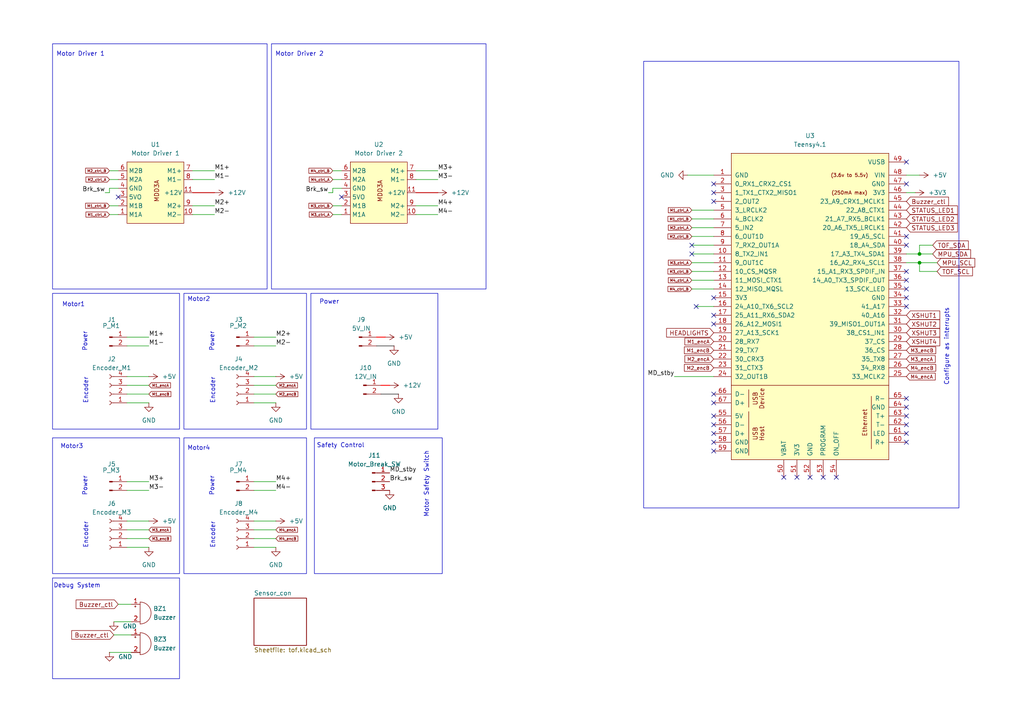
<source format=kicad_sch>
(kicad_sch (version 20250114) (generator "eeschema") (generator_version "9.0")
  (paper "A4")
  (lib_symbols
    (symbol "Connector:Conn_01x02_Pin" (pin_names (offset 1.016) (hide yes))
      (property "Reference" "J" (at 0 2.54 0))
      (property "Value" "Conn_01x02_Pin" (at 0 -5.08 0))
      (symbol "Conn_01x02_Pin_1_1"
        (rectangle (start 0.8636 0.127) (end 0 -0.127) (stroke (width 0.1524)) (fill (type outline)))
        (rectangle (start 0.8636 -2.413) (end 0 -2.667) (stroke (width 0.1524)) (fill (type outline)))
        (polyline (pts (xy 1.27 0) (xy 0.8636 0)) (stroke (width 0.1524)))
        (polyline (pts (xy 1.27 -2.54) (xy 0.8636 -2.54)) (stroke (width 0.1524)))
        (pin passive line (at 5.08 0 180) (length 3.81) (name "Pin_1") (number "1"))
        (pin passive line (at 5.08 -2.54 180) (length 3.81) (name "Pin_2") (number "2"))
      )
    )
    (symbol "Connector:Conn_01x03_Pin" (pin_names (offset 1.016) (hide yes))
      (property "Reference" "J" (at 0 5.08 0))
      (property "Value" "Conn_01x03_Pin" (at 0 -5.08 0))
      (symbol "Conn_01x03_Pin_1_1"
        (rectangle (start 0.8636 2.667) (end 0 2.413) (stroke (width 0.1524)) (fill (type outline)))
        (rectangle (start 0.8636 0.127) (end 0 -0.127) (stroke (width 0.1524)) (fill (type outline)))
        (rectangle (start 0.8636 -2.413) (end 0 -2.667) (stroke (width 0.1524)) (fill (type outline)))
        (polyline (pts (xy 1.27 2.54) (xy 0.8636 2.54)) (stroke (width 0.1524)))
        (polyline (pts (xy 1.27 0) (xy 0.8636 0)) (stroke (width 0.1524)))
        (polyline (pts (xy 1.27 -2.54) (xy 0.8636 -2.54)) (stroke (width 0.1524)))
        (pin passive line (at 5.08 2.54 180) (length 3.81) (name "Pin_1") (number "1"))
        (pin passive line (at 5.08 0 180) (length 3.81) (name "Pin_2") (number "2"))
        (pin passive line (at 5.08 -2.54 180) (length 3.81) (name "Pin_3") (number "3"))
      )
    )
    (symbol "Connector:Conn_01x04_Socket" (pin_names (offset 1.016) (hide yes))
      (property "Reference" "J" (at 0 5.08 0))
      (property "Value" "Conn_01x04_Socket" (at 0 -7.62 0))
      (symbol "Conn_01x04_Socket_1_1"
        (polyline (pts (xy -1.27 2.54) (xy -0.508 2.54)) (stroke (width 0.1524)))
        (polyline (pts (xy -1.27 0) (xy -0.508 0)) (stroke (width 0.1524)))
        (polyline (pts (xy -1.27 -2.54) (xy -0.508 -2.54)) (stroke (width 0.1524)))
        (polyline (pts (xy -1.27 -5.08) (xy -0.508 -5.08)) (stroke (width 0.1524)))
        (arc (start 0 2.032) (mid -0.5058 2.54) (end 0 3.048) (stroke (width 0.1524)))
        (arc (start 0 -0.508) (mid -0.5058 0) (end 0 0.508) (stroke (width 0.1524)))
        (arc (start 0 -3.048) (mid -0.5058 -2.54) (end 0 -2.032) (stroke (width 0.1524)))
        (arc (start 0 -5.588) (mid -0.5058 -5.08) (end 0 -4.572) (stroke (width 0.1524)))
        (pin passive line (at -5.08 2.54 0) (length 3.81) (name "Pin_1") (number "1"))
        (pin passive line (at -5.08 0 0) (length 3.81) (name "Pin_2") (number "2"))
        (pin passive line (at -5.08 -2.54 0) (length 3.81) (name "Pin_3") (number "3"))
        (pin passive line (at -5.08 -5.08 0) (length 3.81) (name "Pin_4") (number "4"))
      )
    )
    (symbol "Device:Buzzer" (pin_names (offset 0.0254) (hide yes))
      (property "Reference" "BZ" (at 3.81 1.27 0))
      (property "Value" "Buzzer" (at 3.81 -1.27 0))
      (symbol "Buzzer_0_1"
        (polyline (pts (xy -1.651 1.905) (xy -1.143 1.905)))
        (polyline (pts (xy -1.397 2.159) (xy -1.397 1.651)))
        (arc (start 0 3.175) (mid 3.1612 0) (end 0 -3.175))
        (polyline (pts (xy 0 3.175) (xy 0 -3.175)))
      )
      (symbol "Buzzer_1_1"
        (pin passive line (at -2.54 2.54 0) (length 2.54) (name "+") (number "1"))
        (pin passive line (at -2.54 -2.54 0) (length 2.54) (name "-") (number "2"))
      )
    )
    (symbol "MDD3A:MDD3A"
      (property "Reference" "U" (at 0 9.144 0))
      (symbol "MDD3A_1_1"
        (rectangle (start -7.62 7.62) (end 8.89 -10.16) (fill (type color) (color 255 255 194 1)))
        (text "MDD3A\n" (at 1.016 -0.762 900) (effects (font (size 1.27 1.27))))
        (pin input line (at -10.16 5.08 0) (length 2.54) (name "M2B") (number "6"))
        (pin input line (at -10.16 2.54 0) (length 2.54) (name "M2A") (number "5"))
        (pin power_in line (at -10.16 0 0) (length 2.54) (name "GND") (number "4"))
        (pin power_out line (at -10.16 -2.54 0) (length 2.54) (name "5VO") (number "3"))
        (pin input line (at -10.16 -5.08 0) (length 2.54) (name "M1B") (number "2"))
        (pin input line (at -10.16 -7.62 0) (length 2.54) (name "M1A") (number "1"))
        (pin power_out line (at 11.43 5.08 180) (length 2.54) (name "M1+") (number "7"))
        (pin power_out line (at 11.43 2.54 180) (length 2.54) (name "M1-") (number "8"))
        (pin power_in line (at 11.43 -1.27 180) (length 2.54) (name "+12V") (number "11"))
        (pin power_out line (at 11.43 -5.08 180) (length 2.54) (name "M2+") (number "9"))
        (pin power_out line (at 11.43 -7.62 180) (length 2.54) (name "M2-") (number "10"))
      )
    )
    (symbol "Teensy:Teensy4.1" (pin_names (offset 1.016))
      (property "Reference" "U3" (at 0 66.04 0))
      (property "Value" "Teensy4.1" (at 0 63.5 0))
      (symbol "Teensy4.1_0_0"
        (polyline (pts (xy -22.86 -6.35) (xy 22.86 -6.35)))
        (polyline (pts (xy -17.78 -7.62) (xy -17.78 -12.7)))
        (polyline (pts (xy -17.78 -26.67) (xy -17.78 -13.97)))
        (polyline (pts (xy 17.78 -9.525) (xy 17.78 -24.765)))
        (text "USB" (at -15.875 -10.16 900) (effects (font (size 1.27 1.27))))
        (text "USB" (at -15.875 -20.32 900) (effects (font (size 1.27 1.27))))
        (text "Device" (at -13.97 -10.16 900) (effects (font (size 1.27 1.27))))
        (text "Host" (at -13.97 -20.32 900) (effects (font (size 1.27 1.27))))
        (text "(3.6v to 5.5v)" (at 11.43 54.61 0) (effects (font (size 1.016 1.016))))
        (text "(250mA max)" (at 11.43 49.53 0) (effects (font (size 1.016 1.016))))
        (text "Ethernet" (at 15.875 -17.145 900) (effects (font (size 1.27 1.27))))
        (pin bidirectional line (at -27.94 44.45 0) (length 5.08) (name "3_LRCLK2") (number "5"))
        (pin bidirectional line (at -27.94 41.91 0) (length 5.08) (name "4_BCLK2") (number "6"))
        (pin bidirectional line (at -27.94 39.37 0) (length 5.08) (name "5_IN2") (number "7"))
        (pin bidirectional line (at -27.94 36.83 0) (length 5.08) (name "6_OUT1D") (number "8"))
        (pin bidirectional line (at -27.94 34.29 0) (length 5.08) (name "7_RX2_OUT1A") (number "9"))
        (pin bidirectional line (at -27.94 31.75 0) (length 5.08) (name "8_TX2_IN1") (number "10"))
        (pin bidirectional line (at -27.94 29.21 0) (length 5.08) (name "9_OUT1C") (number "11"))
        (pin bidirectional line (at -27.94 26.67 0) (length 5.08) (name "10_CS_MQSR") (number "12"))
        (pin bidirectional line (at -27.94 24.13 0) (length 5.08) (name "11_MOSI_CTX1") (number "13"))
        (pin bidirectional line (at -27.94 21.59 0) (length 5.08) (name "12_MISO_MQSL") (number "14"))
        (pin power_in line (at -27.94 19.05 0) (length 5.08) (name "3V3") (number "15"))
        (pin bidirectional line (at -27.94 16.51 0) (length 5.08) (name "24_A10_TX6_SCL2") (number "16"))
        (pin bidirectional line (at -27.94 13.97 0) (length 5.08) (name "25_A11_RX6_SDA2") (number "17"))
        (pin bidirectional line (at -27.94 11.43 0) (length 5.08) (name "26_A12_MOSI1") (number "18"))
        (pin bidirectional line (at -27.94 8.89 0) (length 5.08) (name "27_A13_SCK1") (number "19"))
        (pin bidirectional line (at -27.94 6.35 0) (length 5.08) (name "28_RX7") (number "20"))
        (pin bidirectional line (at -27.94 3.81 0) (length 5.08) (name "29_TX7") (number "21"))
        (pin bidirectional line (at -27.94 1.27 0) (length 5.08) (name "30_CRX3") (number "22"))
        (pin bidirectional line (at -27.94 -1.27 0) (length 5.08) (name "31_CTX3") (number "23"))
        (pin bidirectional line (at -27.94 -3.81 0) (length 5.08) (name "32_OUT1B") (number "24"))
        (pin bidirectional line (at -27.94 -8.89 0) (length 5.08) (name "D-") (number "66"))
        (pin bidirectional line (at -27.94 -11.43 0) (length 5.08) (name "D+") (number "67"))
        (pin power_out line (at -27.94 -15.24 0) (length 5.08) (name "5V") (number "55"))
        (pin bidirectional line (at -27.94 -17.78 0) (length 5.08) (name "D-") (number "56"))
        (pin bidirectional line (at -27.94 -20.32 0) (length 5.08) (name "D+") (number "57"))
        (pin power_in line (at -27.94 -22.86 0) (length 5.08) (name "GND") (number "58"))
        (pin power_in line (at -27.94 -25.4 0) (length 5.08) (name "GND") (number "59"))
        (pin power_in line (at -7.62 -33.02 90) (length 5.08) (name "VBAT") (number "50"))
        (pin power_in line (at -3.81 -33.02 90) (length 5.08) (name "3V3") (number "51"))
        (pin input line (at 0 -33.02 90) (length 5.08) (name "GND") (number "52"))
        (pin input line (at 3.81 -33.02 90) (length 5.08) (name "PROGRAM") (number "53"))
        (pin input line (at 7.62 -33.02 90) (length 5.08) (name "ON_OFF") (number "54"))
        (pin power_out line (at 27.94 58.42 180) (length 5.08) (name "VUSB") (number "49"))
        (pin power_in line (at 27.94 54.61 180) (length 5.08) (name "VIN") (number "48"))
        (pin output line (at 27.94 52.07 180) (length 5.08) (name "GND") (number "47"))
        (pin output line (at 27.94 49.53 180) (length 5.08) (name "3V3") (number "46"))
        (pin bidirectional line (at 27.94 46.99 180) (length 5.08) (name "23_A9_CRX1_MCLK1") (number "45"))
        (pin bidirectional line (at 27.94 44.45 180) (length 5.08) (name "22_A8_CTX1") (number "44"))
        (pin bidirectional line (at 27.94 41.91 180) (length 5.08) (name "21_A7_RX5_BCLK1") (number "43"))
        (pin bidirectional line (at 27.94 39.37 180) (length 5.08) (name "20_A6_TX5_LRCLK1") (number "42"))
        (pin bidirectional line (at 27.94 36.83 180) (length 5.08) (name "19_A5_SCL") (number "41"))
        (pin bidirectional line (at 27.94 34.29 180) (length 5.08) (name "18_A4_SDA") (number "40"))
        (pin bidirectional line (at 27.94 31.75 180) (length 5.08) (name "17_A3_TX4_SDA1") (number "39"))
        (pin bidirectional line (at 27.94 29.21 180) (length 5.08) (name "16_A2_RX4_SCL1") (number "38"))
        (pin bidirectional line (at 27.94 26.67 180) (length 5.08) (name "15_A1_RX3_SPDIF_IN") (number "37"))
        (pin bidirectional line (at 27.94 24.13 180) (length 5.08) (name "14_A0_TX3_SPDIF_OUT") (number "36"))
        (pin bidirectional line (at 27.94 21.59 180) (length 5.08) (name "13_SCK_LED") (number "35"))
        (pin bidirectional line (at 27.94 16.51 180) (length 5.08) (name "41_A17") (number "33"))
        (pin bidirectional line (at 27.94 13.97 180) (length 5.08) (name "40_A16") (number "32"))
        (pin bidirectional line (at 27.94 11.43 180) (length 5.08) (name "39_MISO1_OUT1A") (number "31"))
        (pin bidirectional line (at 27.94 8.89 180) (length 5.08) (name "38_CS1_IN1") (number "30"))
        (pin bidirectional line (at 27.94 6.35 180) (length 5.08) (name "37_CS") (number "29"))
        (pin bidirectional line (at 27.94 3.81 180) (length 5.08) (name "36_CS") (number "28"))
        (pin bidirectional line (at 27.94 1.27 180) (length 5.08) (name "35_TX8") (number "27"))
        (pin bidirectional line (at 27.94 -1.27 180) (length 5.08) (name "34_RX8") (number "26"))
        (pin bidirectional line (at 27.94 -3.81 180) (length 5.08) (name "33_MCLK2") (number "25"))
        (pin bidirectional line (at 27.94 -10.16 180) (length 5.08) (name "R-") (number "65"))
        (pin power_in line (at 27.94 -12.7 180) (length 5.08) (name "GND") (number "64"))
        (pin bidirectional line (at 27.94 -15.24 180) (length 5.08) (name "T+") (number "63"))
        (pin bidirectional line (at 27.94 -17.78 180) (length 5.08) (name "T-") (number "62"))
        (pin bidirectional line (at 27.94 -20.32 180) (length 5.08) (name "LED") (number "61"))
        (pin bidirectional line (at 27.94 -22.86 180) (length 5.08) (name "R+") (number "60"))
      )
      (symbol "Teensy4.1_0_1"
        (rectangle (start -22.86 60.96) (end 22.86 -27.94) (fill (type background)))
        (rectangle (start -20.32 -1.27) (end -20.32 -1.27))
      )
      (symbol "Teensy4.1_1_1"
        (pin power_in line (at -27.94 54.61 0) (length 5.08) (name "GND") (number "1"))
        (pin bidirectional line (at -27.94 52.07 0) (length 5.08) (name "0_RX1_CRX2_CS1") (number "2"))
        (pin bidirectional line (at -27.94 49.53 0) (length 5.08) (name "1_TX1_CTX2_MISO1") (number "3"))
        (pin bidirectional line (at -27.94 46.99 0) (length 5.08) (name "2_OUT2") (number "4"))
        (pin power_in line (at 27.94 19.05 180) (length 5.08) (name "GND") (number "34"))
      )
    )
    (symbol "power:+12V" (power) (pin_numbers (hide yes)) (pin_names (offset 0) (hide yes))
      (property "Value" "+12V" (at 0 3.556 0))
      (symbol "+12V_0_1"
        (polyline (pts (xy -0.762 1.27) (xy 0 2.54)))
        (polyline (pts (xy 0 2.54) (xy 0.762 1.27)))
        (polyline (pts (xy 0 0) (xy 0 2.54)))
      )
      (symbol "+12V_1_1"
        (pin power_in line (at 0 0 90) (length 0) (name "~") (number "1"))
      )
    )
    (symbol "power:+3V3" (power) (pin_numbers (hide yes)) (pin_names (offset 0) (hide yes))
      (property "Value" "+3V3" (at 0 3.556 0))
      (symbol "+3V3_0_1"
        (polyline (pts (xy -0.762 1.27) (xy 0 2.54)))
        (polyline (pts (xy 0 2.54) (xy 0.762 1.27)))
        (polyline (pts (xy 0 0) (xy 0 2.54)))
      )
      (symbol "+3V3_1_1"
        (pin power_in line (at 0 0 90) (length 0) (name "~") (number "1"))
      )
    )
    (symbol "power:+5V" (power) (pin_numbers (hide yes)) (pin_names (offset 0) (hide yes))
      (property "Value" "+5V" (at 0 3.556 0))
      (symbol "+5V_0_1"
        (polyline (pts (xy -0.762 1.27) (xy 0 2.54)))
        (polyline (pts (xy 0 2.54) (xy 0.762 1.27)))
        (polyline (pts (xy 0 0) (xy 0 2.54)))
      )
      (symbol "+5V_1_1"
        (pin power_in line (at 0 0 90) (length 0) (name "~") (number "1"))
      )
    )
    (symbol "power:GND" (power) (pin_numbers (hide yes)) (pin_names (offset 0) (hide yes))
      (property "Value" "GND" (at 0 -3.81 0))
      (symbol "GND_0_1"
        (polyline (pts (xy 0 0) (xy 0 -1.27) (xy 1.27 -1.27) (xy 0 -2.54) (xy -1.27 -1.27) (xy 0 -1.27)))
      )
      (symbol "GND_1_1"
        (pin power_in line (at 0 0 270) (length 0) (name "~") (number "1"))
      )
    )
  )
  (rectangle (start 15.24 167.64) (end 52.07 196.85))
  (rectangle (start 91.186 127) (end 128.27 166.37))
  (rectangle (start 53.34 127) (end 88.9 166.37))
  (rectangle (start 186.69 17.78) (end 278.13 147.32))
  (rectangle (start 15.24 85.09) (end 52.07 124.46))
  (rectangle (start 78.74 12.7) (end 140.97 83.82))
  (rectangle (start 53.34 85.09) (end 88.9 124.46))
  (rectangle (start 15.24 127) (end 52.07 166.37))
  (rectangle (start 15.24 12.7) (end 77.47 83.82))
  (rectangle (start 90.17 85.09) (end 127 124.46))
  (text "Encoder" (at 61.722 113.284 90) (effects (font (size 1.27 1.27))))
  (text "Configure as interrupts" (at 274.574 100.584 90) (effects (font (size 1.27 1.27))))
  (text "Motor Driver 2\n" (at 86.868 15.748 0) (effects (font (size 1.27 1.27))))
  (text "Safety Control" (at 98.806 129.286 0) (effects (font (size 1.27 1.27))))
  (text "Motor Driver 1" (at 23.368 15.748 0) (effects (font (size 1.27 1.27))))
  (text "Motor4\n" (at 57.658 130.048 0) (effects (font (size 1.27 1.27))))
  (text "Power" (at 24.638 99.06 90) (effects (font (size 1.27 1.27))))
  (text "Power" (at 61.468 140.97 90) (effects (font (size 1.27 1.27))))
  (text "Encoder" (at 24.892 113.284 90) (effects (font (size 1.27 1.27))))
  (text "Motor3\n" (at 20.828 129.54 0) (effects (font (size 1.27 1.27))))
  (text "Debug System\n" (at 22.352 169.926 0) (effects (font (size 1.27 1.27))))
  (text "Motor2\n\n" (at 57.658 87.884 0) (effects (font (size 1.27 1.27))))
  (text "Power" (at 95.504 87.63 0) (effects (font (size 1.27 1.27))))
  (text "Encoder" (at 24.892 155.194 90) (effects (font (size 1.27 1.27))))
  (text "Encoder" (at 61.722 155.194 90) (effects (font (size 1.27 1.27))))
  (text "Power" (at 61.468 99.06 90) (effects (font (size 1.27 1.27))))
  (text "Motor1\n" (at 21.336 88.392 0) (effects (font (size 1.27 1.27))))
  (text "Power" (at 24.638 140.97 90) (effects (font (size 1.27 1.27))))
  (text "Motor Safety Switch\n" (at 123.698 140.462 90) (effects (font (size 1.27 1.27))))
  (junction (at 266.7 73.66))
  (junction (at 266.7 76.2))
  (no_connect (at 262.89 81.28))
  (no_connect (at 207.01 120.65))
  (no_connect (at 262.89 53.34))
  (no_connect (at 207.01 53.34))
  (no_connect (at 262.89 86.36))
  (no_connect (at 262.89 46.99))
  (no_connect (at 201.93 88.9))
  (no_connect (at 231.14 138.43))
  (no_connect (at 262.89 83.82))
  (no_connect (at 262.89 128.27))
  (no_connect (at 262.89 78.74))
  (no_connect (at 238.76 138.43))
  (no_connect (at 262.89 68.58))
  (no_connect (at 207.01 91.44))
  (no_connect (at 207.01 55.88))
  (no_connect (at 207.01 130.81))
  (no_connect (at 234.95 138.43))
  (no_connect (at 207.01 116.84))
  (no_connect (at 99.06 57.15))
  (no_connect (at 262.89 71.12))
  (no_connect (at 200.66 73.66))
  (no_connect (at 207.01 58.42))
  (no_connect (at 262.89 115.57))
  (no_connect (at 207.01 128.27))
  (no_connect (at 262.89 123.19))
  (no_connect (at 227.33 138.43))
  (no_connect (at 207.01 114.3))
  (no_connect (at 262.89 120.65))
  (no_connect (at 207.01 125.73))
  (no_connect (at 242.57 138.43))
  (no_connect (at 262.89 125.73))
  (no_connect (at 34.29 57.15))
  (no_connect (at 200.66 71.12))
  (no_connect (at 207.01 123.19))
  (no_connect (at 207.01 86.36))
  (no_connect (at 262.89 88.9))
  (no_connect (at 207.01 93.98))
  (no_connect (at 262.89 118.11))
  (wire (pts (xy 31.75 55.88) (xy 31.75 54.61)))
  (wire (pts (xy 73.66 151.13) (xy 80.01 151.13)))
  (wire (pts (xy 36.83 116.84) (xy 43.18 116.84)))
  (wire (pts (xy 36.83 151.13) (xy 43.18 151.13)))
  (wire (pts (xy 73.66 142.24) (xy 80.01 142.24)))
  (wire (pts (xy 266.7 50.8) (xy 262.89 50.8)))
  (wire (pts (xy 266.7 78.74) (xy 266.7 76.2)))
  (wire (pts (xy 73.66 139.7) (xy 80.01 139.7)))
  (wire (pts (xy 73.66 97.79) (xy 80.01 97.79)))
  (wire (pts (xy 200.66 66.04) (xy 207.01 66.04)))
  (wire (pts (xy 270.51 71.12) (xy 266.7 71.12)))
  (wire (pts (xy 127 55.88) (xy 120.65 55.88)) (stroke (width 0.254) (color 194 0 0 1)))
  (wire (pts (xy 109.22 100.33) (xy 114.3 100.33)) (stroke (width 0) (color 0 0 0 1)))
  (wire (pts (xy 33.02 180.34) (xy 38.1 180.34)))
  (wire (pts (xy 120.65 49.53) (xy 127 49.53)))
  (wire (pts (xy 271.78 78.74) (xy 266.7 78.74)))
  (wire (pts (xy 31.75 59.69) (xy 34.29 59.69)))
  (wire (pts (xy 199.39 50.8) (xy 207.01 50.8)))
  (wire (pts (xy 266.7 71.12) (xy 266.7 73.66)))
  (wire (pts (xy 33.02 184.15) (xy 38.1 184.15)))
  (wire (pts (xy 109.22 97.79) (xy 111.76 97.79)) (stroke (width 0.254) (color 255 0 0 1)))
  (wire (pts (xy 195.58 109.22) (xy 207.01 109.22)))
  (wire (pts (xy 266.7 76.2) (xy 271.78 76.2)))
  (wire (pts (xy 110.49 114.3) (xy 115.57 114.3)) (stroke (width 0) (color 0 0 0 1)))
  (wire (pts (xy 55.88 62.23) (xy 62.23 62.23)))
  (wire (pts (xy 95.25 55.88) (xy 96.52 55.88)))
  (wire (pts (xy 201.93 88.9) (xy 207.01 88.9)))
  (wire (pts (xy 200.66 76.2) (xy 207.01 76.2)))
  (wire (pts (xy 73.66 100.33) (xy 80.01 100.33)))
  (wire (pts (xy 96.52 52.07) (xy 99.06 52.07)))
  (wire (pts (xy 73.66 114.3) (xy 80.01 114.3)))
  (wire (pts (xy 73.66 153.67) (xy 80.01 153.67)))
  (wire (pts (xy 73.66 156.21) (xy 80.01 156.21)))
  (wire (pts (xy 31.75 49.53) (xy 34.29 49.53)))
  (wire (pts (xy 99.06 62.23) (xy 96.52 62.23)))
  (wire (pts (xy 266.7 73.66) (xy 262.89 73.66)))
  (wire (pts (xy 265.43 55.88) (xy 262.89 55.88)))
  (wire (pts (xy 96.52 49.53) (xy 99.06 49.53)))
  (wire (pts (xy 36.83 97.79) (xy 43.18 97.79)))
  (wire (pts (xy 200.66 73.66) (xy 207.01 73.66)))
  (wire (pts (xy 200.66 83.82) (xy 207.01 83.82)))
  (wire (pts (xy 31.75 54.61) (xy 34.29 54.61)))
  (wire (pts (xy 200.66 63.5) (xy 207.01 63.5)))
  (wire (pts (xy 34.29 62.23) (xy 31.75 62.23)))
  (wire (pts (xy 200.66 68.58) (xy 207.01 68.58)))
  (wire (pts (xy 36.83 111.76) (xy 43.18 111.76)))
  (wire (pts (xy 200.66 81.28) (xy 207.01 81.28)))
  (wire (pts (xy 55.88 52.07) (xy 62.23 52.07)))
  (wire (pts (xy 36.83 153.67) (xy 43.18 153.67)))
  (wire (pts (xy 120.65 62.23) (xy 127 62.23)))
  (wire (pts (xy 120.65 52.07) (xy 127 52.07)))
  (wire (pts (xy 73.66 109.22) (xy 80.01 109.22)))
  (wire (pts (xy 110.49 111.76) (xy 113.03 111.76)) (stroke (width 0.254) (color 255 0 0 1)))
  (wire (pts (xy 34.29 175.26) (xy 38.1 175.26)))
  (wire (pts (xy 36.83 114.3) (xy 43.18 114.3)))
  (wire (pts (xy 55.88 49.53) (xy 62.23 49.53)))
  (wire (pts (xy 200.66 78.74) (xy 207.01 78.74)))
  (wire (pts (xy 73.66 116.84) (xy 80.01 116.84)))
  (wire (pts (xy 96.52 55.88) (xy 96.52 54.61)))
  (wire (pts (xy 31.75 189.23) (xy 38.1 189.23)))
  (wire (pts (xy 270.51 73.66) (xy 266.7 73.66)))
  (wire (pts (xy 36.83 142.24) (xy 43.18 142.24)))
  (wire (pts (xy 200.66 71.12) (xy 207.01 71.12)))
  (wire (pts (xy 262.89 76.2) (xy 266.7 76.2)))
  (wire (pts (xy 36.83 109.22) (xy 43.18 109.22)))
  (wire (pts (xy 62.23 55.88) (xy 55.88 55.88)) (stroke (width 0.254) (color 194 0 0 1)))
  (wire (pts (xy 55.88 59.69) (xy 62.23 59.69)))
  (wire (pts (xy 73.66 158.75) (xy 80.01 158.75)))
  (wire (pts (xy 120.65 59.69) (xy 127 59.69)))
  (wire (pts (xy 96.52 54.61) (xy 99.06 54.61)))
  (wire (pts (xy 36.83 139.7) (xy 43.18 139.7)))
  (wire (pts (xy 36.83 158.75) (xy 43.18 158.75)))
  (wire (pts (xy 200.66 60.96) (xy 207.01 60.96)))
  (wire (pts (xy 36.83 156.21) (xy 43.18 156.21)))
  (wire (pts (xy 31.75 52.07) (xy 34.29 52.07)))
  (wire (pts (xy 30.48 55.88) (xy 31.75 55.88)))
  (wire (pts (xy 36.83 100.33) (xy 43.18 100.33)))
  (wire (pts (xy 96.52 59.69) (xy 99.06 59.69)))
  (wire (pts (xy 73.66 111.76) (xy 80.01 111.76)))
  (label "M1-" (at 62.23 52.07 0))
  (label "M3+" (at 127 49.53 0))
  (label "M2+" (at 80.01 97.79 0))
  (label "Brk_sw" (at 113.03 139.7 0))
  (label "Brk_sw" (at 30.48 55.88 180))
  (label "M1-" (at 43.18 100.33 0))
  (label "M3-" (at 43.18 142.24 0))
  (label "M2+" (at 62.23 59.69 0))
  (label "M3-" (at 127 52.07 0))
  (label "MD_stby" (at 195.58 109.22 180))
  (label "M4-" (at 80.01 142.24 0))
  (label "M4+" (at 80.01 139.7 0))
  (label "M2-" (at 80.01 100.33 0))
  (label "M4-" (at 127 62.23 0))
  (label "Brk_sw" (at 95.25 55.88 180))
  (label "MD_stby" (at 113.03 137.16 0))
  (label "M1+" (at 43.18 97.79 0))
  (label "M1+" (at 62.23 49.53 0))
  (label "M4+" (at 127 59.69 0))
  (label "M2-" (at 62.23 62.23 0))
  (label "M3+" (at 43.18 139.7 0))
  (global_label "M3_encB" (shape input) (at 43.18 156.21 0) (effects (font (size 0.762 0.762))) (property "Intersheetrefs" "${INTERSHEET_REFS}" (effects (hide yes))))
  (global_label "M3_encA" (shape input) (at 262.89 104.14 0) (effects (font (size 1.016 1.016))) (property "Intersheetrefs" "${INTERSHEET_REFS}" (effects (hide yes))))
  (global_label "M1_ctrl_B" (shape input) (at 31.75 59.69 180) (effects (font (size 0.762 0.762))) (property "Intersheetrefs" "${INTERSHEET_REFS}" (effects (hide yes))))
  (global_label "M2_encB" (shape input) (at 207.01 106.68 180) (effects (font (size 1.016 1.016))) (property "Intersheetrefs" "${INTERSHEET_REFS}" (effects (hide yes))))
  (global_label "XSHUT2" (shape input) (at 262.89 93.98 0) (property "Intersheetrefs" "${INTERSHEET_REFS}" (effects (hide yes))))
  (global_label "MPU_SCL" (shape input) (at 271.78 76.2 0) (property "Intersheetrefs" "${INTERSHEET_REFS}" (effects (hide yes))))
  (global_label "Buzzer_ctl" (shape input) (at 34.29 175.26 180) (property "Intersheetrefs" "${INTERSHEET_REFS}" (effects (hide yes))))
  (global_label "M3_ctrl_B" (shape input) (at 96.52 59.69 180) (effects (font (size 0.762 0.762))) (property "Intersheetrefs" "${INTERSHEET_REFS}" (effects (hide yes))))
  (global_label "M3_ctrl_B" (shape input) (at 200.66 78.74 180) (effects (font (size 0.762 0.762))) (property "Intersheetrefs" "${INTERSHEET_REFS}" (effects (hide yes))))
  (global_label "XSHUT4" (shape input) (at 262.89 99.06 0) (property "Intersheetrefs" "${INTERSHEET_REFS}" (effects (hide yes))))
  (global_label "M2_encA" (shape input) (at 80.01 111.76 0) (effects (font (size 0.762 0.762))) (property "Intersheetrefs" "${INTERSHEET_REFS}" (effects (hide yes))))
  (global_label "M4_ctrl_B" (shape input) (at 96.52 49.53 180) (effects (font (size 0.762 0.762))) (property "Intersheetrefs" "${INTERSHEET_REFS}" (effects (hide yes))))
  (global_label "M2_encA" (shape input) (at 207.01 104.14 180) (effects (font (size 1.016 1.016))) (property "Intersheetrefs" "${INTERSHEET_REFS}" (effects (hide yes))))
  (global_label "TOF_SCL" (shape input) (at 271.78 78.74 0) (property "Intersheetrefs" "${INTERSHEET_REFS}" (effects (hide yes))))
  (global_label "M3_encA" (shape input) (at 43.18 153.67 0) (effects (font (size 0.762 0.762))) (property "Intersheetrefs" "${INTERSHEET_REFS}" (effects (hide yes))))
  (global_label "M4_encB" (shape input) (at 80.01 156.21 0) (effects (font (size 0.762 0.762))) (property "Intersheetrefs" "${INTERSHEET_REFS}" (effects (hide yes))))
  (global_label "Buzzer_ctl" (shape input) (at 33.02 184.15 180) (property "Intersheetrefs" "${INTERSHEET_REFS}" (effects (hide yes))))
  (global_label "Buzzer_ctl" (shape input) (at 262.89 58.42 0) (property "Intersheetrefs" "${INTERSHEET_REFS}" (effects (hide yes))))
  (global_label "M4_encB" (shape input) (at 262.89 106.68 0) (effects (font (size 1.016 1.016))) (property "Intersheetrefs" "${INTERSHEET_REFS}" (effects (hide yes))))
  (global_label "M2_ctrl_A" (shape input) (at 200.66 66.04 180) (effects (font (size 0.762 0.762))) (property "Intersheetrefs" "${INTERSHEET_REFS}" (effects (hide yes))))
  (global_label "M3_ctrl_A" (shape input) (at 96.52 62.23 180) (effects (font (size 0.762 0.762))) (property "Intersheetrefs" "${INTERSHEET_REFS}" (effects (hide yes))))
  (global_label "M2_ctrl_B" (shape input) (at 200.66 68.58 180) (effects (font (size 0.762 0.762))) (property "Intersheetrefs" "${INTERSHEET_REFS}" (effects (hide yes))))
  (global_label "M1_encA" (shape input) (at 43.18 111.76 0) (effects (font (size 0.762 0.762))) (property "Intersheetrefs" "${INTERSHEET_REFS}" (effects (hide yes))))
  (global_label "M1_ctrl_A" (shape input) (at 31.75 62.23 180) (effects (font (size 0.762 0.762))) (property "Intersheetrefs" "${INTERSHEET_REFS}" (effects (hide yes))))
  (global_label "M1_encA" (shape input) (at 207.01 99.06 180) (effects (font (size 1.016 1.016))) (property "Intersheetrefs" "${INTERSHEET_REFS}" (effects (hide yes))))
  (global_label "M3_ctrl_A" (shape input) (at 200.66 76.2 180) (effects (font (size 0.762 0.762))) (property "Intersheetrefs" "${INTERSHEET_REFS}" (effects (hide yes))))
  (global_label "XSHUT3" (shape input) (at 262.89 96.52 0) (property "Intersheetrefs" "${INTERSHEET_REFS}" (effects (hide yes))))
  (global_label "STATUS_LED2" (shape input) (at 262.89 63.5 0) (property "Intersheetrefs" "${INTERSHEET_REFS}" (effects (hide yes))))
  (global_label "M2_ctrl_A" (shape input) (at 31.75 52.07 180) (effects (font (size 0.762 0.762))) (property "Intersheetrefs" "${INTERSHEET_REFS}" (effects (hide yes))))
  (global_label "M2_ctrl_B" (shape input) (at 31.75 49.53 180) (effects (font (size 0.762 0.762))) (property "Intersheetrefs" "${INTERSHEET_REFS}" (effects (hide yes))))
  (global_label "M4_encA" (shape input) (at 262.89 109.22 0) (effects (font (size 1.016 1.016))) (property "Intersheetrefs" "${INTERSHEET_REFS}" (effects (hide yes))))
  (global_label "M1_ctrl_A" (shape input) (at 200.66 60.96 180) (effects (font (size 0.762 0.762))) (property "Intersheetrefs" "${INTERSHEET_REFS}" (effects (hide yes))))
  (global_label "XSHUT1" (shape input) (at 262.89 91.44 0) (property "Intersheetrefs" "${INTERSHEET_REFS}" (effects (hide yes))))
  (global_label "M3_encB" (shape input) (at 262.89 101.6 0) (effects (font (size 1.016 1.016))) (property "Intersheetrefs" "${INTERSHEET_REFS}" (effects (hide yes))))
  (global_label "M4_encA" (shape input) (at 80.01 153.67 0) (effects (font (size 0.762 0.762))) (property "Intersheetrefs" "${INTERSHEET_REFS}" (effects (hide yes))))
  (global_label "M1_encB" (shape input) (at 43.18 114.3 0) (effects (font (size 0.762 0.762))) (property "Intersheetrefs" "${INTERSHEET_REFS}" (effects (hide yes))))
  (global_label "M1_encB" (shape input) (at 207.01 101.6 180) (effects (font (size 1.016 1.016))) (property "Intersheetrefs" "${INTERSHEET_REFS}" (effects (hide yes))))
  (global_label "STATUS_LED3" (shape input) (at 262.89 66.04 0) (property "Intersheetrefs" "${INTERSHEET_REFS}" (effects (hide yes))))
  (global_label "M4_ctrl_B" (shape input) (at 200.66 83.82 180) (effects (font (size 0.762 0.762))) (property "Intersheetrefs" "${INTERSHEET_REFS}" (effects (hide yes))))
  (global_label "M2_encB" (shape input) (at 80.01 114.3 0) (effects (font (size 0.762 0.762))) (property "Intersheetrefs" "${INTERSHEET_REFS}" (effects (hide yes))))
  (global_label "MPU_SDA" (shape input) (at 270.51 73.66 0) (property "Intersheetrefs" "${INTERSHEET_REFS}" (effects (hide yes))))
  (global_label "STATUS_LED1" (shape input) (at 262.89 60.96 0) (property "Intersheetrefs" "${INTERSHEET_REFS}" (effects (hide yes))))
  (global_label "TOF_SDA" (shape input) (at 270.51 71.12 0) (property "Intersheetrefs" "${INTERSHEET_REFS}" (effects (hide yes))))
  (global_label "M1_ctrl_B" (shape input) (at 200.66 63.5 180) (effects (font (size 0.762 0.762))) (property "Intersheetrefs" "${INTERSHEET_REFS}" (effects (hide yes))))
  (global_label "M4_ctrl_A" (shape input) (at 96.52 52.07 180) (effects (font (size 0.762 0.762))) (property "Intersheetrefs" "${INTERSHEET_REFS}" (effects (hide yes))))
  (global_label "M4_ctrl_A" (shape input) (at 200.66 81.28 180) (effects (font (size 0.762 0.762))) (property "Intersheetrefs" "${INTERSHEET_REFS}" (effects (hide yes))))
  (global_label "HEADLIGHTS" (shape input) (at 207.01 96.52 180) (property "Intersheetrefs" "${INTERSHEET_REFS}" (effects (hide yes))))
  (symbol (lib_id "Connector:Conn_01x02_Pin") (at 105.41 111.76 0) (unit 1)
    (property "Reference" "J10" (at 106.045 106.68 0))
    (property "Value" "12V_IN" (at 106.045 109.22 0))
    (property "Footprint" "Connector_JST:JST_XH_B2B-XH-AM_1x02_P2.50mm_Vertical" (effects (hide yes)))
    (property "Description" "Generic connector, single row, 01x02, script generated" (effects (hide yes)))
  )
  (symbol (lib_id "power:+5V") (at 43.18 151.13 270) (unit 1)
    (property "Reference" "#PWR05" (effects (hide yes)))
    (property "Value" "+5V" (at 46.99 151.1299 90) (effects (justify left)))
    (property "Description" "Power symbol creates a global label with name \"+5V\"" (effects (hide yes)))
  )
  (symbol (lib_id "Connector:Conn_01x04_Socket") (at 68.58 156.21 180) (unit 1)
    (property "Reference" "J8" (at 69.215 146.05 0))
    (property "Value" "Encoder_M4" (at 69.215 148.59 0))
    (property "Footprint" "Connector_JST:JST_XH_B4B-XH-AM_1x04_P2.50mm_Vertical" (effects (hide yes)))
    (property "Description" "Generic connector, single row, 01x04, script generated" (effects (hide yes)))
  )
  (symbol (lib_id "power:GND") (at 33.02 180.34 0) (unit 1)
    (property "Reference" "#PWR024" (effects (hide yes)))
    (property "Value" "GND" (at 35.56 181.6099 0) (effects (justify left)))
    (property "Description" "Power symbol creates a global label with name \"GND\" , ground" (effects (hide yes)))
  )
  (symbol (lib_id "power:+5V") (at 266.7 50.8 270) (unit 1)
    (property "Reference" "#PWR010" (effects (hide yes)))
    (property "Value" "+5V" (at 270.51 50.7999 90) (effects (justify left)))
    (property "Description" "Power symbol creates a global label with name \"+5V\"" (effects (hide yes)))
  )
  (symbol (lib_id "power:+12V") (at 113.03 111.76 270) (unit 1)
    (property "Reference" "#PWR016" (effects (hide yes)))
    (property "Value" "+12V" (at 116.84 111.7599 90) (effects (justify left)))
    (property "Description" "Power symbol creates a global label with name \"+12V\"" (effects (hide yes)))
  )
  (symbol (lib_id "power:GND") (at 43.18 116.84 0) (unit 1)
    (property "Reference" "#PWR02" (effects (hide yes)))
    (property "Value" "GND" (at 43.18 121.92 0))
    (property "Description" "Power symbol creates a global label with name \"GND\" , ground" (effects (hide yes)))
  )
  (symbol (lib_id "Teensy:Teensy4.1") (at 234.95 105.41 0) (unit 1)
    (property "Reference" "U3" (at 234.95 39.37 0))
    (property "Value" "Teensy4.1" (at 234.95 41.91 0))
    (property "Footprint" "teensy:Teensy41" (effects (hide yes)))
  )
  (symbol (lib_id "MDD3A:MDD3A") (at 109.22 54.61 0) (unit 1)
    (property "Reference" "U2" (at 109.855 41.91 0))
    (property "Value" "Motor Driver 2" (at 109.855 44.45 0))
    (property "Footprint" "MDD3A:MDD3A" (effects (hide yes)))
  )
  (symbol (lib_id "MDD3A:MDD3A") (at 44.45 54.61 0) (unit 1)
    (property "Reference" "U1" (at 45.085 41.91 0))
    (property "Value" "Motor Driver 1" (at 45.085 44.45 0))
    (property "Footprint" "MDD3A:MDD3A" (effects (hide yes)))
  )
  (symbol (lib_id "power:GND") (at 114.3 100.33 0) (unit 1)
    (property "Reference" "#PWR012" (effects (hide yes)))
    (property "Value" "GND" (at 114.3 105.41 0))
    (property "Description" "Power symbol creates a global label with name \"GND\" , ground" (effects (hide yes)))
  )
  (symbol (lib_id "Connector:Conn_01x02_Pin") (at 68.58 139.7 0) (unit 1)
    (property "Reference" "J7" (at 69.215 134.62 0))
    (property "Value" "P_M4" (at 69.088 136.398 0))
    (property "Footprint" "Connector_JST:JST_XH_B2B-XH-AM_1x02_P2.50mm_Vertical" (effects (hide yes)))
    (property "Description" "Generic connector, single row, 01x02, script generated" (effects (hide yes)))
  )
  (symbol (lib_id "power:+12V") (at 127 55.88 270) (unit 1)
    (property "Reference" "#PWR09" (effects (hide yes)))
    (property "Value" "+12V" (at 130.81 55.8799 90) (effects (justify left)))
    (property "Description" "Power symbol creates a global label with name \"+12V\"" (effects (hide yes)))
  )
  (symbol (lib_id "power:GND") (at 113.03 142.24 0) (unit 1)
    (property "Reference" "#PWR017" (effects (hide yes)))
    (property "Value" "GND" (at 113.03 147.32 0))
    (property "Description" "Power symbol creates a global label with name \"GND\" , ground" (effects (hide yes)))
  )
  (symbol (lib_id "power:+5V") (at 43.18 109.22 270) (unit 1)
    (property "Reference" "#PWR01" (effects (hide yes)))
    (property "Value" "+5V" (at 46.99 109.2199 90) (effects (justify left)))
    (property "Description" "Power symbol creates a global label with name \"+5V\"" (effects (hide yes)))
  )
  (symbol (lib_id "Connector:Conn_01x04_Socket") (at 31.75 114.3 180) (unit 1)
    (property "Reference" "J2" (at 32.385 104.14 0))
    (property "Value" "Encoder_M1" (at 32.385 106.68 0))
    (property "Footprint" "Connector_JST:JST_XH_B4B-XH-AM_1x04_P2.50mm_Vertical" (effects (hide yes)))
    (property "Description" "Generic connector, single row, 01x04, script generated" (effects (hide yes)))
  )
  (symbol (lib_id "power:GND") (at 80.01 158.75 0) (unit 1)
    (property "Reference" "#PWR08" (effects (hide yes)))
    (property "Value" "GND" (at 80.01 163.83 0))
    (property "Description" "Power symbol creates a global label with name \"GND\" , ground" (effects (hide yes)))
  )
  (symbol (lib_id "Device:Buzzer") (at 40.64 186.69 0) (unit 1)
    (property "Reference" "BZ3" (at 44.45 185.4199 0) (effects (justify left)))
    (property "Value" "Buzzer" (at 44.45 187.9599 0) (effects (justify left)))
    (property "Footprint" "Buzzer_Beeper:Buzzer_TDK_PS1240P02BT_D12.2mm_H6.5mm" (effects (hide yes)))
    (property "Description" "Buzzer, polarized" (effects (hide yes)))
  )
  (symbol (lib_id "Connector:Conn_01x04_Socket") (at 31.75 156.21 180) (unit 1)
    (property "Reference" "J6" (at 32.385 146.05 0))
    (property "Value" "Encoder_M3" (at 32.385 148.59 0))
    (property "Footprint" "Connector_JST:JST_XH_B4B-XH-AM_1x04_P2.50mm_Vertical" (effects (hide yes)))
    (property "Description" "Generic connector, single row, 01x04, script generated" (effects (hide yes)))
  )
  (symbol (lib_id "Connector:Conn_01x02_Pin") (at 31.75 97.79 0) (unit 1)
    (property "Reference" "J1" (at 32.385 92.71 0))
    (property "Value" "P_M1" (at 32.258 94.488 0))
    (property "Footprint" "Connector_JST:JST_XH_B2B-XH-AM_1x02_P2.50mm_Vertical" (effects (hide yes)))
    (property "Description" "Generic connector, single row, 01x02, script generated" (effects (hide yes)))
  )
  (symbol (lib_id "Device:Buzzer") (at 40.64 177.8 0) (unit 1)
    (property "Reference" "BZ1" (at 44.45 176.5299 0) (effects (justify left)))
    (property "Value" "Buzzer" (at 44.45 179.0699 0) (effects (justify left)))
    (property "Footprint" "Buzzer_Beeper:Buzzer_TDK_PS1240P02BT_D12.2mm_H6.5mm" (effects (hide yes)))
    (property "Description" "Buzzer, polarized" (effects (hide yes)))
  )
  (symbol (lib_id "power:+5V") (at 80.01 109.22 270) (unit 1)
    (property "Reference" "#PWR03" (effects (hide yes)))
    (property "Value" "+5V" (at 83.82 109.2199 90) (effects (justify left)))
    (property "Description" "Power symbol creates a global label with name \"+5V\"" (effects (hide yes)))
  )
  (symbol (lib_id "power:+3V3") (at 265.43 55.88 270) (unit 1)
    (property "Reference" "#PWR035" (effects (hide yes)))
    (property "Value" "+3V3" (at 269.24 55.8799 90) (effects (justify left)))
    (property "Description" "Power symbol creates a global label with name \"+3V3\"" (effects (hide yes)))
  )
  (symbol (lib_id "Connector:Conn_01x02_Pin") (at 104.14 97.79 0) (unit 1)
    (property "Reference" "J9" (at 104.775 92.71 0))
    (property "Value" "5V_IN" (at 104.775 95.25 0))
    (property "Footprint" "Connector_JST:JST_XH_B2B-XH-AM_1x02_P2.50mm_Vertical" (effects (hide yes)))
    (property "Description" "Generic connector, single row, 01x02, script generated" (effects (hide yes)))
  )
  (symbol (lib_id "power:GND") (at 43.18 158.75 0) (unit 1)
    (property "Reference" "#PWR06" (effects (hide yes)))
    (property "Value" "GND" (at 43.18 163.83 0))
    (property "Description" "Power symbol creates a global label with name \"GND\" , ground" (effects (hide yes)))
  )
  (symbol (lib_id "Connector:Conn_01x02_Pin") (at 68.58 97.79 0) (unit 1)
    (property "Reference" "J3" (at 69.215 92.71 0))
    (property "Value" "P_M2" (at 69.088 94.488 0))
    (property "Footprint" "Connector_JST:JST_XH_B2B-XH-AM_1x02_P2.50mm_Vertical" (effects (hide yes)))
    (property "Description" "Generic connector, single row, 01x02, script generated" (effects (hide yes)))
  )
  (symbol (lib_id "Connector:Conn_01x04_Socket") (at 68.58 114.3 180) (unit 1)
    (property "Reference" "J4" (at 69.215 104.14 0))
    (property "Value" "Encoder_M2" (at 69.215 106.68 0))
    (property "Footprint" "Connector_JST:JST_XH_B4B-XH-AM_1x04_P2.50mm_Vertical" (effects (hide yes)))
    (property "Description" "Generic connector, single row, 01x04, script generated" (effects (hide yes)))
  )
  (symbol (lib_id "power:GND") (at 199.39 50.8 270) (unit 1)
    (property "Reference" "#PWR014" (effects (hide yes)))
    (property "Value" "GND" (at 195.58 50.7999 90) (effects (justify right)))
    (property "Description" "Power symbol creates a global label with name \"GND\" , ground" (effects (hide yes)))
  )
  (symbol (lib_id "power:+12V") (at 62.23 55.88 270) (unit 1)
    (property "Reference" "#PWR039" (effects (hide yes)))
    (property "Value" "+12V" (at 66.04 55.8799 90) (effects (justify left)))
    (property "Description" "Power symbol creates a global label with name \"+12V\"" (effects (hide yes)))
  )
  (symbol (lib_id "power:GND") (at 115.57 114.3 0) (unit 1)
    (property "Reference" "#PWR015" (effects (hide yes)))
    (property "Value" "GND" (at 115.57 119.38 0))
    (property "Description" "Power symbol creates a global label with name \"GND\" , ground" (effects (hide yes)))
  )
  (symbol (lib_id "power:+5V") (at 111.76 97.79 270) (unit 1)
    (property "Reference" "#PWR013" (effects (hide yes)))
    (property "Value" "+5V" (at 115.57 97.7899 90) (effects (justify left)))
    (property "Description" "Power symbol creates a global label with name \"+5V\"" (effects (hide yes)))
  )
  (symbol (lib_id "Connector:Conn_01x02_Pin") (at 31.75 139.7 0) (unit 1)
    (property "Reference" "J5" (at 32.385 134.62 0))
    (property "Value" "P_M3" (at 32.258 136.398 0))
    (property "Footprint" "Connector_JST:JST_XH_B2B-XH-AM_1x02_P2.50mm_Vertical" (effects (hide yes)))
    (property "Description" "Generic connector, single row, 01x02, script generated" (effects (hide yes)))
  )
  (symbol (lib_id "power:GND") (at 80.01 116.84 0) (unit 1)
    (property "Reference" "#PWR04" (effects (hide yes)))
    (property "Value" "GND" (at 80.01 121.92 0))
    (property "Description" "Power symbol creates a global label with name \"GND\" , ground" (effects (hide yes)))
  )
  (symbol (lib_id "Connector:Conn_01x03_Pin") (at 107.95 139.7 0) (unit 1)
    (property "Reference" "J11" (at 108.585 132.08 0))
    (property "Value" "Motor_Break_SW" (at 108.585 134.62 0))
    (property "Footprint" "Connector_PinHeader_2.54mm:PinHeader_1x03_P2.54mm_Vertical" (effects (hide yes)))
    (property "Description" "Generic connector, single row, 01x03, script generated" (effects (hide yes)))
  )
  (symbol (lib_id "power:GND") (at 31.75 189.23 0) (unit 1)
    (property "Reference" "#PWR020" (effects (hide yes)))
    (property "Value" "GND" (at 34.29 190.4999 0) (effects (justify left)))
    (property "Description" "Power symbol creates a global label with name \"GND\" , ground" (effects (hide yes)))
  )
  (symbol (lib_id "power:+5V") (at 80.01 151.13 270) (unit 1)
    (property "Reference" "#PWR07" (effects (hide yes)))
    (property "Value" "+5V" (at 83.82 151.1299 90) (effects (justify left)))
    (property "Description" "Power symbol creates a global label with name \"+5V\"" (effects (hide yes)))
  )
  (sheet (at 73.66 173.482) (size 15.24 13.716) (stroke (width 0.1524))
    (property "Sheetname" "Sensor_con" (at 73.66 172.7704 0) (effects (justify left bottom)))
    (property "Sheetfile" "tof.kicad_sch" (at 73.66 187.7826 0) (show_name yes) (effects (justify left top)))
  )
)
</source>
